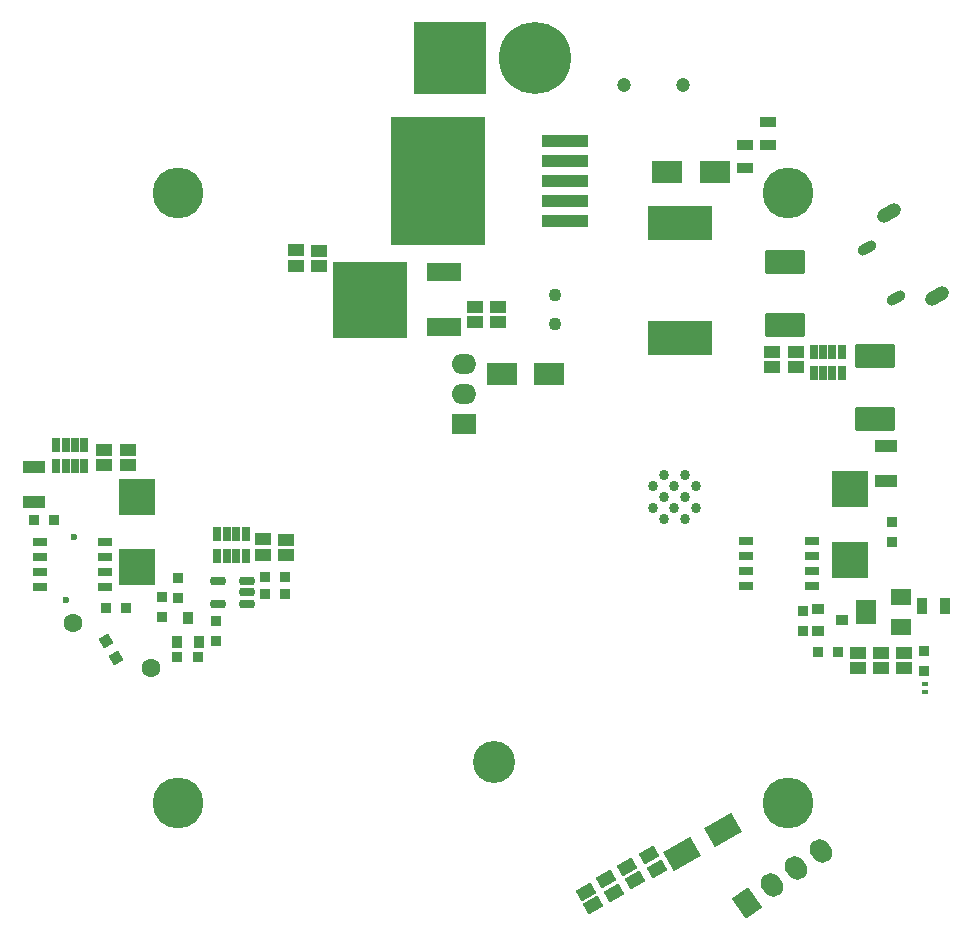
<source format=gbs>
G04*
G04 #@! TF.GenerationSoftware,Altium Limited,Altium Designer,21.9.1 (22)*
G04*
G04 Layer_Color=16711935*
%FSLAX25Y25*%
%MOIN*%
G70*
G04*
G04 #@! TF.SameCoordinates,BA265606-766D-4053-9833-5615DE46E1CD*
G04*
G04*
G04 #@! TF.FilePolarity,Negative*
G04*
G01*
G75*
%ADD67R,0.03740X0.03740*%
%ADD91R,0.02638X0.04528*%
%ADD93R,0.05709X0.04134*%
%ADD102C,0.14000*%
%ADD105R,0.05512X0.03543*%
%ADD106R,0.03543X0.05512*%
%ADD108R,0.03740X0.03740*%
%ADD112R,0.03543X0.03937*%
%ADD113C,0.06331*%
%ADD114C,0.04331*%
%ADD115C,0.04724*%
%ADD116C,0.16929*%
%ADD117C,0.03394*%
G04:AMPARAMS|DCode=118|XSize=66.93mil|YSize=35.43mil|CornerRadius=0mil|HoleSize=0mil|Usage=FLASHONLY|Rotation=210.000|XOffset=0mil|YOffset=0mil|HoleType=Round|Shape=Round|*
%AMOVALD118*
21,1,0.03150,0.03543,0.00000,0.00000,210.0*
1,1,0.03543,0.01364,0.00787*
1,1,0.03543,-0.01364,-0.00787*
%
%ADD118OVALD118*%

G04:AMPARAMS|DCode=119|XSize=86.61mil|YSize=45.28mil|CornerRadius=0mil|HoleSize=0mil|Usage=FLASHONLY|Rotation=210.000|XOffset=0mil|YOffset=0mil|HoleType=Round|Shape=Round|*
%AMOVALD119*
21,1,0.04134,0.04528,0.00000,0.00000,210.0*
1,1,0.04528,0.01790,0.01034*
1,1,0.04528,-0.01790,-0.01034*
%
%ADD119OVALD119*%

G04:AMPARAMS|DCode=120|XSize=82.68mil|YSize=66.93mil|CornerRadius=0mil|HoleSize=0mil|Usage=FLASHONLY|Rotation=125.000|XOffset=0mil|YOffset=0mil|HoleType=Round|Shape=Round|*
%AMOVALD120*
21,1,0.01575,0.06693,0.00000,0.00000,125.0*
1,1,0.06693,0.00452,-0.00645*
1,1,0.06693,-0.00452,0.00645*
%
%ADD120OVALD120*%

G04:AMPARAMS|DCode=121|XSize=82.68mil|YSize=66.93mil|CornerRadius=0mil|HoleSize=0mil|Usage=FLASHONLY|Rotation=125.000|XOffset=0mil|YOffset=0mil|HoleType=Round|Shape=Rectangle|*
%AMROTATEDRECTD121*
4,1,4,0.05112,-0.01467,-0.00370,-0.05306,-0.05112,0.01467,0.00370,0.05306,0.05112,-0.01467,0.0*
%
%ADD121ROTATEDRECTD121*%

%ADD122R,0.08268X0.06693*%
%ADD123O,0.08268X0.06693*%
%ADD124C,0.24016*%
%ADD125R,0.24016X0.24016*%
%ADD126C,0.02362*%
%ADD167R,0.21300X0.11400*%
%ADD181R,0.05118X0.02795*%
%ADD182P,0.05289X4X165.0*%
%ADD183R,0.15315X0.04291*%
%ADD184R,0.31417X0.43071*%
%ADD185R,0.02441X0.01496*%
G04:AMPARAMS|DCode=186|XSize=41.34mil|YSize=57.09mil|CornerRadius=0mil|HoleSize=0mil|Usage=FLASHONLY|Rotation=120.000|XOffset=0mil|YOffset=0mil|HoleType=Round|Shape=Rectangle|*
%AMROTATEDRECTD186*
4,1,4,0.03505,-0.00363,-0.01439,-0.03217,-0.03505,0.00363,0.01439,0.03217,0.03505,-0.00363,0.0*
%
%ADD186ROTATEDRECTD186*%

G04:AMPARAMS|DCode=187|XSize=51.58mil|YSize=27.17mil|CornerRadius=7.78mil|HoleSize=0mil|Usage=FLASHONLY|Rotation=180.000|XOffset=0mil|YOffset=0mil|HoleType=Round|Shape=RoundedRectangle|*
%AMROUNDEDRECTD187*
21,1,0.05158,0.01161,0,0,180.0*
21,1,0.03602,0.02717,0,0,180.0*
1,1,0.01555,-0.01801,0.00581*
1,1,0.01555,0.01801,0.00581*
1,1,0.01555,0.01801,-0.00581*
1,1,0.01555,-0.01801,-0.00581*
%
%ADD187ROUNDEDRECTD187*%
G04:AMPARAMS|DCode=188|XSize=78.74mil|YSize=136.61mil|CornerRadius=4.59mil|HoleSize=0mil|Usage=FLASHONLY|Rotation=270.000|XOffset=0mil|YOffset=0mil|HoleType=Round|Shape=RoundedRectangle|*
%AMROUNDEDRECTD188*
21,1,0.07874,0.12744,0,0,270.0*
21,1,0.06957,0.13661,0,0,270.0*
1,1,0.00917,-0.06372,-0.03478*
1,1,0.00917,-0.06372,0.03478*
1,1,0.00917,0.06372,0.03478*
1,1,0.00917,0.06372,-0.03478*
%
%ADD188ROUNDEDRECTD188*%
%ADD189R,0.07402X0.04410*%
%ADD190R,0.10433X0.07284*%
G04:AMPARAMS|DCode=191|XSize=72.84mil|YSize=104.33mil|CornerRadius=0mil|HoleSize=0mil|Usage=FLASHONLY|Rotation=300.000|XOffset=0mil|YOffset=0mil|HoleType=Round|Shape=Rectangle|*
%AMROTATEDRECTD191*
4,1,4,-0.06339,0.00546,0.02697,0.05762,0.06339,-0.00546,-0.02697,-0.05762,-0.06339,0.00546,0.0*
%
%ADD191ROTATEDRECTD191*%

%ADD192R,0.03937X0.03543*%
%ADD193R,0.11614X0.06496*%
%ADD194R,0.24606X0.25394*%
%ADD195R,0.06693X0.08268*%
%ADD196R,0.06693X0.05512*%
%ADD197R,0.12205X0.12205*%
D67*
X136221Y-8169D02*
D03*
Y-14862D02*
D03*
X147047Y-57776D02*
D03*
Y-51083D02*
D03*
X106496Y-37697D02*
D03*
Y-44390D02*
D03*
X-101772Y-33366D02*
D03*
Y-26673D02*
D03*
X-107185Y-39862D02*
D03*
Y-33169D02*
D03*
X-88976Y-41142D02*
D03*
Y-47835D02*
D03*
D91*
X119587Y48622D02*
D03*
X116437D02*
D03*
X113287D02*
D03*
X110138D02*
D03*
Y41535D02*
D03*
X113287D02*
D03*
X116437D02*
D03*
X119587D02*
D03*
X-142323Y10433D02*
D03*
X-139173D02*
D03*
X-136024D02*
D03*
X-132874D02*
D03*
Y17520D02*
D03*
X-136024D02*
D03*
X-139173D02*
D03*
X-142323D02*
D03*
X-88583Y-19291D02*
D03*
X-85433D02*
D03*
X-82284D02*
D03*
X-79134D02*
D03*
Y-12205D02*
D03*
X-82284D02*
D03*
X-85433D02*
D03*
X-88583D02*
D03*
D93*
X4921Y58465D02*
D03*
Y63583D02*
D03*
X-2657Y58563D02*
D03*
Y63681D02*
D03*
X-54724Y77264D02*
D03*
Y82382D02*
D03*
X-62500Y77362D02*
D03*
Y82480D02*
D03*
X104134Y48524D02*
D03*
Y43406D02*
D03*
X96260Y48524D02*
D03*
Y43406D02*
D03*
X125000Y-51673D02*
D03*
Y-56791D02*
D03*
X132776Y-51673D02*
D03*
Y-56791D02*
D03*
X140453Y-51673D02*
D03*
Y-56791D02*
D03*
X-126279Y10728D02*
D03*
Y15846D02*
D03*
X-118307Y10728D02*
D03*
Y15846D02*
D03*
X-73327Y-18996D02*
D03*
Y-13878D02*
D03*
X-65551Y-19094D02*
D03*
Y-13976D02*
D03*
D102*
X3543Y-88090D02*
D03*
D105*
X94882Y125197D02*
D03*
Y117717D02*
D03*
X87402Y117520D02*
D03*
Y110039D02*
D03*
D106*
X153937Y-36122D02*
D03*
X146457D02*
D03*
D108*
X-143012Y-7382D02*
D03*
X-149705D02*
D03*
X118405Y-51279D02*
D03*
X111713D02*
D03*
X-119095Y-36811D02*
D03*
X-125787D02*
D03*
X-66043Y-26476D02*
D03*
X-72736D02*
D03*
X-66043Y-32087D02*
D03*
X-72736D02*
D03*
X-101870Y-53150D02*
D03*
X-95177D02*
D03*
D112*
X-98327Y-40010D02*
D03*
X-102067Y-47982D02*
D03*
X-94587D02*
D03*
D113*
X-136809Y-41909D02*
D03*
X-110828Y-56910D02*
D03*
D114*
X23810Y67693D02*
D03*
X23828Y57897D02*
D03*
D115*
X47047Y137500D02*
D03*
X66732D02*
D03*
D116*
X101610Y101610D02*
D03*
X-101612Y101612D02*
D03*
Y-101612D02*
D03*
X101612D02*
D03*
D117*
X67392Y236D02*
D03*
Y7461D02*
D03*
Y-6988D02*
D03*
X60167Y7461D02*
D03*
Y236D02*
D03*
Y-6988D02*
D03*
X63779Y3848D02*
D03*
Y-3376D02*
D03*
X71004Y3848D02*
D03*
Y-3376D02*
D03*
X56555Y3848D02*
D03*
Y-3376D02*
D03*
D118*
X137539Y66722D02*
D03*
X127992Y83258D02*
D03*
D119*
X135196Y95032D02*
D03*
X151338Y67074D02*
D03*
D120*
X112621Y-117788D02*
D03*
X104429Y-123524D02*
D03*
X96238Y-129259D02*
D03*
D121*
X88046Y-134995D02*
D03*
D122*
X-6398Y24685D02*
D03*
D123*
Y44685D02*
D03*
Y34685D02*
D03*
D124*
X17323Y146457D02*
D03*
D125*
X-11024D02*
D03*
D126*
X-138976Y-33957D02*
D03*
X-136319Y-12992D02*
D03*
D167*
X65748Y53341D02*
D03*
Y91541D02*
D03*
D181*
X87795Y-29547D02*
D03*
Y-19547D02*
D03*
Y-14547D02*
D03*
X109646D02*
D03*
Y-19547D02*
D03*
Y-24547D02*
D03*
Y-29547D02*
D03*
X87795Y-24547D02*
D03*
X-147835Y-29744D02*
D03*
Y-19744D02*
D03*
Y-14744D02*
D03*
X-125984D02*
D03*
Y-19744D02*
D03*
Y-24744D02*
D03*
Y-29744D02*
D03*
X-147835Y-24744D02*
D03*
D182*
X-125689Y-47692D02*
D03*
X-122343Y-53489D02*
D03*
D183*
X27264Y119004D02*
D03*
Y112311D02*
D03*
Y105618D02*
D03*
Y98925D02*
D03*
Y92232D02*
D03*
D184*
X-15059Y105618D02*
D03*
D185*
X147244Y-64665D02*
D03*
Y-62106D02*
D03*
D186*
X40945Y-127264D02*
D03*
X43504Y-131696D02*
D03*
X34154Y-131347D02*
D03*
X36713Y-135779D02*
D03*
X48031Y-123079D02*
D03*
X50591Y-127512D02*
D03*
X55315Y-119240D02*
D03*
X57874Y-123673D02*
D03*
D187*
X-78622Y-27854D02*
D03*
Y-31594D02*
D03*
Y-35335D02*
D03*
X-88504D02*
D03*
Y-27854D02*
D03*
D188*
X100689Y57539D02*
D03*
Y78484D02*
D03*
X130512Y47087D02*
D03*
Y26142D02*
D03*
D189*
X134449Y5591D02*
D03*
Y17244D02*
D03*
X-149606Y-1299D02*
D03*
Y10354D02*
D03*
D190*
X6299Y41339D02*
D03*
X22047D02*
D03*
X61417Y108465D02*
D03*
X77165D02*
D03*
D191*
X66311Y-118799D02*
D03*
X79949Y-110925D02*
D03*
D192*
X119734Y-40748D02*
D03*
X111762Y-37008D02*
D03*
Y-44488D02*
D03*
D193*
X-13189Y75098D02*
D03*
Y56988D02*
D03*
D194*
X-37795Y66043D02*
D03*
D195*
X127756Y-38189D02*
D03*
D196*
X139173Y-33071D02*
D03*
Y-43110D02*
D03*
D197*
X122244Y-20866D02*
D03*
Y2756D02*
D03*
X-115256Y394D02*
D03*
Y-23228D02*
D03*
M02*

</source>
